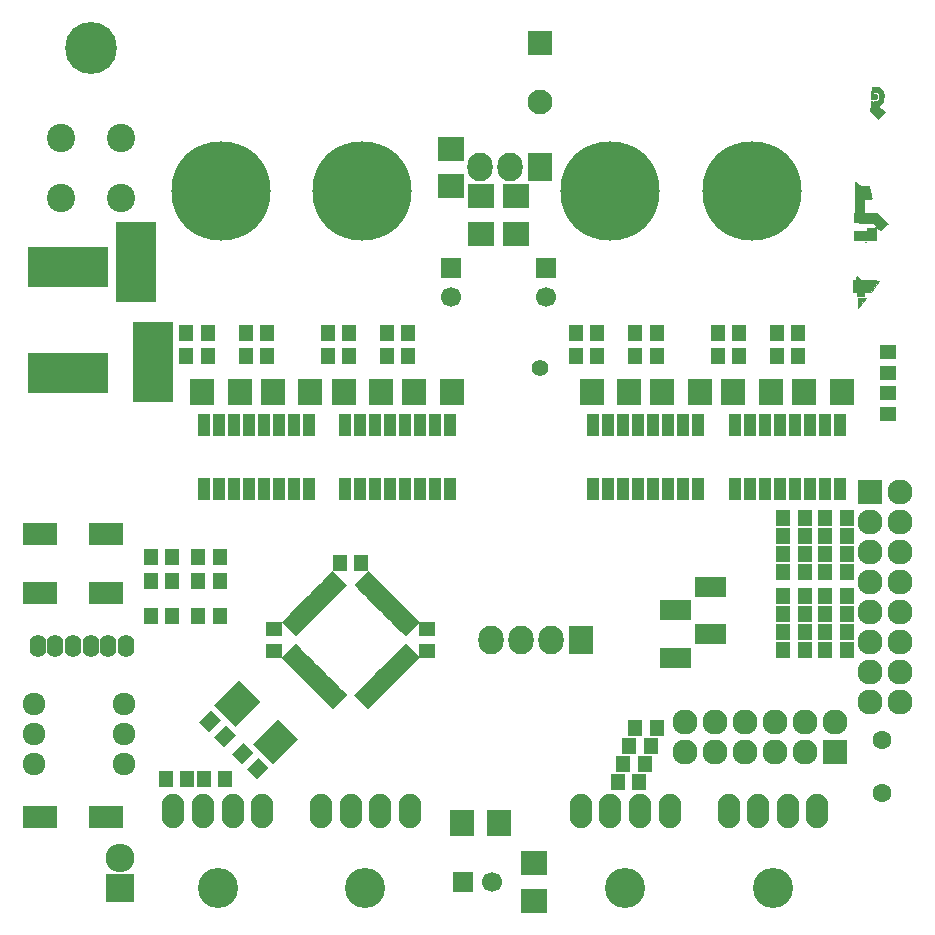
<source format=gbr>
G04 #@! TF.FileFunction,Soldermask,Top*
%FSLAX46Y46*%
G04 Gerber Fmt 4.6, Leading zero omitted, Abs format (unit mm)*
G04 Created by KiCad (PCBNEW 4.0.5) date 03/14/17 16:25:11*
%MOMM*%
%LPD*%
G01*
G04 APERTURE LIST*
%ADD10C,0.100000*%
%ADD11C,0.010000*%
%ADD12C,2.100000*%
%ADD13R,2.100000X2.100000*%
%ADD14R,1.000000X1.900000*%
%ADD15C,1.700000*%
%ADD16R,1.700000X1.700000*%
%ADD17R,2.000000X2.200000*%
%ADD18R,2.432000X2.432000*%
%ADD19O,2.432000X2.432000*%
%ADD20R,2.200000X2.000000*%
%ADD21R,1.200000X1.400000*%
%ADD22R,1.400000X1.200000*%
%ADD23C,1.600000*%
%ADD24R,2.127200X2.432000*%
%ADD25O,2.127200X2.432000*%
%ADD26R,2.127200X2.127200*%
%ADD27O,2.127200X2.127200*%
%ADD28R,3.000000X1.900000*%
%ADD29O,1.400000X1.924000*%
%ADD30C,1.924000*%
%ADD31C,2.400000*%
%ADD32C,4.400000*%
%ADD33O,1.900000X2.900000*%
%ADD34C,3.400000*%
%ADD35R,3.400000X6.900000*%
%ADD36R,6.851600X3.400000*%
%ADD37C,1.400000*%
%ADD38R,1.365200X1.670000*%
%ADD39C,8.400000*%
%ADD40R,4.400000X4.400000*%
G04 APERTURE END LIST*
D10*
D11*
G36*
X70645800Y-18371600D02*
X71591950Y-18372154D01*
X72538100Y-18372707D01*
X72999686Y-18797604D01*
X73127015Y-18915762D01*
X73240976Y-19023338D01*
X73336477Y-19115372D01*
X73408423Y-19186908D01*
X73451719Y-19232986D01*
X73462328Y-19247900D01*
X73444560Y-19272563D01*
X73394813Y-19324139D01*
X73319561Y-19396344D01*
X73225280Y-19482895D01*
X73162314Y-19539060D01*
X73057922Y-19630375D01*
X72965983Y-19709232D01*
X72893584Y-19769673D01*
X72847814Y-19805742D01*
X72836180Y-19813174D01*
X72811411Y-19798357D01*
X72758144Y-19752085D01*
X72682459Y-19680115D01*
X72590439Y-19588207D01*
X72501924Y-19496614D01*
X72192731Y-19171700D01*
X71419265Y-19162868D01*
X70645799Y-19154035D01*
X70645799Y-18762818D01*
X70645800Y-18371600D01*
X70645800Y-18371600D01*
G37*
X70645800Y-18371600D02*
X71591950Y-18372154D01*
X72538100Y-18372707D01*
X72999686Y-18797604D01*
X73127015Y-18915762D01*
X73240976Y-19023338D01*
X73336477Y-19115372D01*
X73408423Y-19186908D01*
X73451719Y-19232986D01*
X73462328Y-19247900D01*
X73444560Y-19272563D01*
X73394813Y-19324139D01*
X73319561Y-19396344D01*
X73225280Y-19482895D01*
X73162314Y-19539060D01*
X73057922Y-19630375D01*
X72965983Y-19709232D01*
X72893584Y-19769673D01*
X72847814Y-19805742D01*
X72836180Y-19813174D01*
X72811411Y-19798357D01*
X72758144Y-19752085D01*
X72682459Y-19680115D01*
X72590439Y-19588207D01*
X72501924Y-19496614D01*
X72192731Y-19171700D01*
X71419265Y-19162868D01*
X70645799Y-19154035D01*
X70645799Y-18762818D01*
X70645800Y-18371600D01*
G36*
X72003904Y-9684800D02*
X72009281Y-9626283D01*
X72016003Y-9529663D01*
X72023271Y-9407594D01*
X72030284Y-9272727D01*
X72031338Y-9250619D01*
X72047579Y-8905337D01*
X72231441Y-8917136D01*
X72408885Y-8910385D01*
X72554299Y-8867081D01*
X72665115Y-8789729D01*
X72738765Y-8680832D01*
X72772681Y-8542895D01*
X72766953Y-8394939D01*
X72726251Y-8277385D01*
X72649386Y-8182689D01*
X72547175Y-8117360D01*
X72430431Y-8087905D01*
X72309971Y-8100836D01*
X72289799Y-8107756D01*
X72222128Y-8147849D01*
X72199589Y-8193310D01*
X72218159Y-8236664D01*
X72273821Y-8270437D01*
X72362555Y-8287154D01*
X72386618Y-8287800D01*
X72481294Y-8301947D01*
X72543792Y-8348925D01*
X72581610Y-8435543D01*
X72589598Y-8472063D01*
X72588634Y-8576762D01*
X72542928Y-8657577D01*
X72453032Y-8713622D01*
X72434438Y-8720281D01*
X72364481Y-8733986D01*
X72275917Y-8739254D01*
X72186371Y-8736549D01*
X72113466Y-8726336D01*
X72076372Y-8710840D01*
X72070800Y-8679225D01*
X72069535Y-8606661D01*
X72071946Y-8502758D01*
X72077399Y-8377127D01*
X72085261Y-8239378D01*
X72094900Y-8099122D01*
X72105683Y-7965968D01*
X72116976Y-7849526D01*
X72128147Y-7759408D01*
X72138564Y-7705224D01*
X72143292Y-7694608D01*
X72183984Y-7679948D01*
X72266779Y-7670099D01*
X72383129Y-7665995D01*
X72406080Y-7665936D01*
X72530113Y-7668607D01*
X72618586Y-7677717D01*
X72686582Y-7695738D01*
X72741300Y-7720845D01*
X72899063Y-7831792D01*
X73016705Y-7973079D01*
X73093544Y-8143033D01*
X73128903Y-8339982D01*
X73122101Y-8562253D01*
X73111772Y-8633423D01*
X73054623Y-8850390D01*
X72962069Y-9032442D01*
X72832624Y-9182478D01*
X72828920Y-9185827D01*
X72765049Y-9246280D01*
X72719849Y-9294844D01*
X72703368Y-9320381D01*
X72721043Y-9344666D01*
X72769388Y-9396282D01*
X72841573Y-9468285D01*
X72930773Y-9553733D01*
X72957368Y-9578657D01*
X73049960Y-9666243D01*
X73127428Y-9741854D01*
X73182967Y-9798668D01*
X73209770Y-9829865D01*
X73211200Y-9833071D01*
X73194101Y-9856079D01*
X73146842Y-9908303D01*
X73075479Y-9983337D01*
X72986068Y-10074772D01*
X72921006Y-10140099D01*
X72630813Y-10429469D01*
X72311761Y-10101585D01*
X72198021Y-9984132D01*
X72115340Y-9896453D01*
X72059041Y-9832216D01*
X72024447Y-9785089D01*
X72006881Y-9748741D01*
X72001666Y-9716841D01*
X72003904Y-9684800D01*
X72003904Y-9684800D01*
G37*
X72003904Y-9684800D02*
X72009281Y-9626283D01*
X72016003Y-9529663D01*
X72023271Y-9407594D01*
X72030284Y-9272727D01*
X72031338Y-9250619D01*
X72047579Y-8905337D01*
X72231441Y-8917136D01*
X72408885Y-8910385D01*
X72554299Y-8867081D01*
X72665115Y-8789729D01*
X72738765Y-8680832D01*
X72772681Y-8542895D01*
X72766953Y-8394939D01*
X72726251Y-8277385D01*
X72649386Y-8182689D01*
X72547175Y-8117360D01*
X72430431Y-8087905D01*
X72309971Y-8100836D01*
X72289799Y-8107756D01*
X72222128Y-8147849D01*
X72199589Y-8193310D01*
X72218159Y-8236664D01*
X72273821Y-8270437D01*
X72362555Y-8287154D01*
X72386618Y-8287800D01*
X72481294Y-8301947D01*
X72543792Y-8348925D01*
X72581610Y-8435543D01*
X72589598Y-8472063D01*
X72588634Y-8576762D01*
X72542928Y-8657577D01*
X72453032Y-8713622D01*
X72434438Y-8720281D01*
X72364481Y-8733986D01*
X72275917Y-8739254D01*
X72186371Y-8736549D01*
X72113466Y-8726336D01*
X72076372Y-8710840D01*
X72070800Y-8679225D01*
X72069535Y-8606661D01*
X72071946Y-8502758D01*
X72077399Y-8377127D01*
X72085261Y-8239378D01*
X72094900Y-8099122D01*
X72105683Y-7965968D01*
X72116976Y-7849526D01*
X72128147Y-7759408D01*
X72138564Y-7705224D01*
X72143292Y-7694608D01*
X72183984Y-7679948D01*
X72266779Y-7670099D01*
X72383129Y-7665995D01*
X72406080Y-7665936D01*
X72530113Y-7668607D01*
X72618586Y-7677717D01*
X72686582Y-7695738D01*
X72741300Y-7720845D01*
X72899063Y-7831792D01*
X73016705Y-7973079D01*
X73093544Y-8143033D01*
X73128903Y-8339982D01*
X73122101Y-8562253D01*
X73111772Y-8633423D01*
X73054623Y-8850390D01*
X72962069Y-9032442D01*
X72832624Y-9182478D01*
X72828920Y-9185827D01*
X72765049Y-9246280D01*
X72719849Y-9294844D01*
X72703368Y-9320381D01*
X72721043Y-9344666D01*
X72769388Y-9396282D01*
X72841573Y-9468285D01*
X72930773Y-9553733D01*
X72957368Y-9578657D01*
X73049960Y-9666243D01*
X73127428Y-9741854D01*
X73182967Y-9798668D01*
X73209770Y-9829865D01*
X73211200Y-9833071D01*
X73194101Y-9856079D01*
X73146842Y-9908303D01*
X73075479Y-9983337D01*
X72986068Y-10074772D01*
X72921006Y-10140099D01*
X72630813Y-10429469D01*
X72311761Y-10101585D01*
X72198021Y-9984132D01*
X72115340Y-9896453D01*
X72059041Y-9832216D01*
X72024447Y-9785089D01*
X72006881Y-9748741D01*
X72001666Y-9716841D01*
X72003904Y-9684800D01*
G36*
X70823600Y-24061200D02*
X70823600Y-23896100D01*
X70825332Y-23812011D01*
X70829866Y-23752545D01*
X70835944Y-23731000D01*
X70860325Y-23745075D01*
X70916257Y-23783040D01*
X70994503Y-23838506D01*
X71056343Y-23883400D01*
X71152429Y-23952680D01*
X71221609Y-23997142D01*
X71277589Y-24022483D01*
X71334079Y-24034398D01*
X71404788Y-24038581D01*
X71431348Y-24039190D01*
X71505887Y-24040864D01*
X71621234Y-24043657D01*
X71767413Y-24047317D01*
X71934451Y-24051593D01*
X72112373Y-24056235D01*
X72188214Y-24058240D01*
X72778128Y-24073900D01*
X72030100Y-25051374D01*
X71458600Y-25051800D01*
X71458600Y-25356600D01*
X70874400Y-25356600D01*
X70874400Y-25077200D01*
X70493400Y-25077200D01*
X70493400Y-24061200D01*
X70823600Y-24061200D01*
X70823600Y-24061200D01*
G37*
X70823600Y-24061200D02*
X70823600Y-23896100D01*
X70825332Y-23812011D01*
X70829866Y-23752545D01*
X70835944Y-23731000D01*
X70860325Y-23745075D01*
X70916257Y-23783040D01*
X70994503Y-23838506D01*
X71056343Y-23883400D01*
X71152429Y-23952680D01*
X71221609Y-23997142D01*
X71277589Y-24022483D01*
X71334079Y-24034398D01*
X71404788Y-24038581D01*
X71431348Y-24039190D01*
X71505887Y-24040864D01*
X71621234Y-24043657D01*
X71767413Y-24047317D01*
X71934451Y-24051593D01*
X72112373Y-24056235D01*
X72188214Y-24058240D01*
X72778128Y-24073900D01*
X72030100Y-25051374D01*
X71458600Y-25051800D01*
X71458600Y-25356600D01*
X70874400Y-25356600D01*
X70874400Y-25077200D01*
X70493400Y-25077200D01*
X70493400Y-24061200D01*
X70823600Y-24061200D01*
G36*
X71687200Y-19921000D02*
X71687200Y-19616200D01*
X71972950Y-19615921D01*
X72099194Y-19614399D01*
X72216364Y-19610504D01*
X72309288Y-19604875D01*
X72353950Y-19599898D01*
X72449200Y-19584154D01*
X72449200Y-20657600D01*
X70645800Y-20657600D01*
X70645800Y-19921000D01*
X71687200Y-19921000D01*
X71687200Y-19921000D01*
G37*
X71687200Y-19921000D02*
X71687200Y-19616200D01*
X71972950Y-19615921D01*
X72099194Y-19614399D01*
X72216364Y-19610504D01*
X72309288Y-19604875D01*
X72353950Y-19599898D01*
X72449200Y-19584154D01*
X72449200Y-20657600D01*
X70645800Y-20657600D01*
X70645800Y-19921000D01*
X71687200Y-19921000D01*
G36*
X70696854Y-16748845D02*
X70697584Y-16513740D01*
X70698740Y-16299447D01*
X70700273Y-16110728D01*
X70702135Y-15952345D01*
X70704275Y-15829060D01*
X70706645Y-15745634D01*
X70709196Y-15706829D01*
X70709982Y-15704600D01*
X70733468Y-15720092D01*
X70787271Y-15762200D01*
X70863228Y-15824373D01*
X70947349Y-15895100D01*
X71171333Y-16085600D01*
X71473716Y-16085947D01*
X71597660Y-16087296D01*
X71707108Y-16090699D01*
X71789656Y-16095632D01*
X71831341Y-16101111D01*
X71851984Y-16111467D01*
X71871135Y-16135014D01*
X71891092Y-16178296D01*
X71914153Y-16247859D01*
X71942616Y-16350246D01*
X71978782Y-16492002D01*
X72002933Y-16589714D01*
X72039312Y-16740118D01*
X72071026Y-16875570D01*
X72096170Y-16987578D01*
X72112840Y-17067651D01*
X72119133Y-17107298D01*
X72119142Y-17107950D01*
X72114704Y-17125945D01*
X72096296Y-17138340D01*
X72056075Y-17146158D01*
X71986196Y-17150421D01*
X71878817Y-17152150D01*
X71777997Y-17152400D01*
X71436994Y-17152400D01*
X71451720Y-17723900D01*
X71466447Y-18295400D01*
X70696600Y-18295400D01*
X70696600Y-17000000D01*
X70696854Y-16748845D01*
X70696854Y-16748845D01*
G37*
X70696854Y-16748845D02*
X70697584Y-16513740D01*
X70698740Y-16299447D01*
X70700273Y-16110728D01*
X70702135Y-15952345D01*
X70704275Y-15829060D01*
X70706645Y-15745634D01*
X70709196Y-15706829D01*
X70709982Y-15704600D01*
X70733468Y-15720092D01*
X70787271Y-15762200D01*
X70863228Y-15824373D01*
X70947349Y-15895100D01*
X71171333Y-16085600D01*
X71473716Y-16085947D01*
X71597660Y-16087296D01*
X71707108Y-16090699D01*
X71789656Y-16095632D01*
X71831341Y-16101111D01*
X71851984Y-16111467D01*
X71871135Y-16135014D01*
X71891092Y-16178296D01*
X71914153Y-16247859D01*
X71942616Y-16350246D01*
X71978782Y-16492002D01*
X72002933Y-16589714D01*
X72039312Y-16740118D01*
X72071026Y-16875570D01*
X72096170Y-16987578D01*
X72112840Y-17067651D01*
X72119133Y-17107298D01*
X72119142Y-17107950D01*
X72114704Y-17125945D01*
X72096296Y-17138340D01*
X72056075Y-17146158D01*
X71986196Y-17150421D01*
X71878817Y-17152150D01*
X71777997Y-17152400D01*
X71436994Y-17152400D01*
X71451720Y-17723900D01*
X71466447Y-18295400D01*
X70696600Y-18295400D01*
X70696600Y-17000000D01*
X70696854Y-16748845D01*
G36*
X70980394Y-25638370D02*
X70982510Y-25581591D01*
X70984604Y-25568129D01*
X71012313Y-25564906D01*
X71080782Y-25563271D01*
X71179995Y-25563309D01*
X71299935Y-25565104D01*
X71311914Y-25565366D01*
X71629327Y-25572500D01*
X71309013Y-25988471D01*
X70988700Y-26404442D01*
X70981703Y-25991234D01*
X70979931Y-25851890D01*
X70979515Y-25731369D01*
X70980394Y-25638370D01*
X70980394Y-25638370D01*
G37*
X70980394Y-25638370D02*
X70982510Y-25581591D01*
X70984604Y-25568129D01*
X71012313Y-25564906D01*
X71080782Y-25563271D01*
X71179995Y-25563309D01*
X71299935Y-25565104D01*
X71311914Y-25565366D01*
X71629327Y-25572500D01*
X71309013Y-25988471D01*
X70988700Y-26404442D01*
X70981703Y-25991234D01*
X70979931Y-25851890D01*
X70979515Y-25731369D01*
X70980394Y-25638370D01*
G36*
X71568666Y-20818467D02*
X71598810Y-20815427D01*
X71602533Y-20818467D01*
X71599046Y-20833567D01*
X71585600Y-20835400D01*
X71564692Y-20826107D01*
X71568666Y-20818467D01*
X71568666Y-20818467D01*
G37*
X71568666Y-20818467D02*
X71598810Y-20815427D01*
X71602533Y-20818467D01*
X71599046Y-20833567D01*
X71585600Y-20835400D01*
X71564692Y-20826107D01*
X71568666Y-20818467D01*
D12*
X44000000Y-9000000D03*
D13*
X44000000Y-4000000D03*
D14*
X27555000Y-41700000D03*
X28825000Y-41700000D03*
X30095000Y-41700000D03*
X31365000Y-41700000D03*
X32635000Y-41700000D03*
X33905000Y-41700000D03*
X35175000Y-41700000D03*
X36445000Y-41700000D03*
X36445000Y-36300000D03*
X35175000Y-36300000D03*
X33905000Y-36300000D03*
X32635000Y-36300000D03*
X31365000Y-36300000D03*
X30095000Y-36300000D03*
X28825000Y-36300000D03*
X27555000Y-36300000D03*
D10*
G36*
X22608311Y-56462221D02*
X22148692Y-56002602D01*
X23350773Y-54800521D01*
X23810392Y-55260140D01*
X22608311Y-56462221D01*
X22608311Y-56462221D01*
G37*
G36*
X22961864Y-56815774D02*
X22502245Y-56356155D01*
X23704326Y-55154074D01*
X24163945Y-55613693D01*
X22961864Y-56815774D01*
X22961864Y-56815774D01*
G37*
G36*
X23315418Y-57169328D02*
X22855799Y-56709709D01*
X24057880Y-55507628D01*
X24517499Y-55967247D01*
X23315418Y-57169328D01*
X23315418Y-57169328D01*
G37*
G36*
X23668971Y-57522881D02*
X23209352Y-57063262D01*
X24411433Y-55861181D01*
X24871052Y-56320800D01*
X23668971Y-57522881D01*
X23668971Y-57522881D01*
G37*
G36*
X24022524Y-57876434D02*
X23562905Y-57416815D01*
X24764986Y-56214734D01*
X25224605Y-56674353D01*
X24022524Y-57876434D01*
X24022524Y-57876434D01*
G37*
G36*
X24376078Y-58229988D02*
X23916459Y-57770369D01*
X25118540Y-56568288D01*
X25578159Y-57027907D01*
X24376078Y-58229988D01*
X24376078Y-58229988D01*
G37*
G36*
X24729631Y-58583541D02*
X24270012Y-58123922D01*
X25472093Y-56921841D01*
X25931712Y-57381460D01*
X24729631Y-58583541D01*
X24729631Y-58583541D01*
G37*
G36*
X25083185Y-58937095D02*
X24623566Y-58477476D01*
X25825647Y-57275395D01*
X26285266Y-57735014D01*
X25083185Y-58937095D01*
X25083185Y-58937095D01*
G37*
G36*
X25436738Y-59290648D02*
X24977119Y-58831029D01*
X26179200Y-57628948D01*
X26638819Y-58088567D01*
X25436738Y-59290648D01*
X25436738Y-59290648D01*
G37*
G36*
X25790291Y-59644201D02*
X25330672Y-59184582D01*
X26532753Y-57982501D01*
X26992372Y-58442120D01*
X25790291Y-59644201D01*
X25790291Y-59644201D01*
G37*
G36*
X26143845Y-59997755D02*
X25684226Y-59538136D01*
X26886307Y-58336055D01*
X27345926Y-58795674D01*
X26143845Y-59997755D01*
X26143845Y-59997755D01*
G37*
G36*
X26497398Y-60351308D02*
X26037779Y-59891689D01*
X27239860Y-58689608D01*
X27699479Y-59149227D01*
X26497398Y-60351308D01*
X26497398Y-60351308D01*
G37*
G36*
X29962221Y-59891689D02*
X29502602Y-60351308D01*
X28300521Y-59149227D01*
X28760140Y-58689608D01*
X29962221Y-59891689D01*
X29962221Y-59891689D01*
G37*
G36*
X30315774Y-59538136D02*
X29856155Y-59997755D01*
X28654074Y-58795674D01*
X29113693Y-58336055D01*
X30315774Y-59538136D01*
X30315774Y-59538136D01*
G37*
G36*
X30669328Y-59184582D02*
X30209709Y-59644201D01*
X29007628Y-58442120D01*
X29467247Y-57982501D01*
X30669328Y-59184582D01*
X30669328Y-59184582D01*
G37*
G36*
X31022881Y-58831029D02*
X30563262Y-59290648D01*
X29361181Y-58088567D01*
X29820800Y-57628948D01*
X31022881Y-58831029D01*
X31022881Y-58831029D01*
G37*
G36*
X31376434Y-58477476D02*
X30916815Y-58937095D01*
X29714734Y-57735014D01*
X30174353Y-57275395D01*
X31376434Y-58477476D01*
X31376434Y-58477476D01*
G37*
G36*
X31729988Y-58123922D02*
X31270369Y-58583541D01*
X30068288Y-57381460D01*
X30527907Y-56921841D01*
X31729988Y-58123922D01*
X31729988Y-58123922D01*
G37*
G36*
X32083541Y-57770369D02*
X31623922Y-58229988D01*
X30421841Y-57027907D01*
X30881460Y-56568288D01*
X32083541Y-57770369D01*
X32083541Y-57770369D01*
G37*
G36*
X32437095Y-57416815D02*
X31977476Y-57876434D01*
X30775395Y-56674353D01*
X31235014Y-56214734D01*
X32437095Y-57416815D01*
X32437095Y-57416815D01*
G37*
G36*
X32790648Y-57063262D02*
X32331029Y-57522881D01*
X31128948Y-56320800D01*
X31588567Y-55861181D01*
X32790648Y-57063262D01*
X32790648Y-57063262D01*
G37*
G36*
X33144201Y-56709709D02*
X32684582Y-57169328D01*
X31482501Y-55967247D01*
X31942120Y-55507628D01*
X33144201Y-56709709D01*
X33144201Y-56709709D01*
G37*
G36*
X33497755Y-56356155D02*
X33038136Y-56815774D01*
X31836055Y-55613693D01*
X32295674Y-55154074D01*
X33497755Y-56356155D01*
X33497755Y-56356155D01*
G37*
G36*
X33851308Y-56002602D02*
X33391689Y-56462221D01*
X32189608Y-55260140D01*
X32649227Y-54800521D01*
X33851308Y-56002602D01*
X33851308Y-56002602D01*
G37*
G36*
X32649227Y-54199479D02*
X32189608Y-53739860D01*
X33391689Y-52537779D01*
X33851308Y-52997398D01*
X32649227Y-54199479D01*
X32649227Y-54199479D01*
G37*
G36*
X32295674Y-53845926D02*
X31836055Y-53386307D01*
X33038136Y-52184226D01*
X33497755Y-52643845D01*
X32295674Y-53845926D01*
X32295674Y-53845926D01*
G37*
G36*
X31942120Y-53492372D02*
X31482501Y-53032753D01*
X32684582Y-51830672D01*
X33144201Y-52290291D01*
X31942120Y-53492372D01*
X31942120Y-53492372D01*
G37*
G36*
X31588567Y-53138819D02*
X31128948Y-52679200D01*
X32331029Y-51477119D01*
X32790648Y-51936738D01*
X31588567Y-53138819D01*
X31588567Y-53138819D01*
G37*
G36*
X31235014Y-52785266D02*
X30775395Y-52325647D01*
X31977476Y-51123566D01*
X32437095Y-51583185D01*
X31235014Y-52785266D01*
X31235014Y-52785266D01*
G37*
G36*
X30881460Y-52431712D02*
X30421841Y-51972093D01*
X31623922Y-50770012D01*
X32083541Y-51229631D01*
X30881460Y-52431712D01*
X30881460Y-52431712D01*
G37*
G36*
X30527907Y-52078159D02*
X30068288Y-51618540D01*
X31270369Y-50416459D01*
X31729988Y-50876078D01*
X30527907Y-52078159D01*
X30527907Y-52078159D01*
G37*
G36*
X30174353Y-51724605D02*
X29714734Y-51264986D01*
X30916815Y-50062905D01*
X31376434Y-50522524D01*
X30174353Y-51724605D01*
X30174353Y-51724605D01*
G37*
G36*
X29820800Y-51371052D02*
X29361181Y-50911433D01*
X30563262Y-49709352D01*
X31022881Y-50168971D01*
X29820800Y-51371052D01*
X29820800Y-51371052D01*
G37*
G36*
X29467247Y-51017499D02*
X29007628Y-50557880D01*
X30209709Y-49355799D01*
X30669328Y-49815418D01*
X29467247Y-51017499D01*
X29467247Y-51017499D01*
G37*
G36*
X29113693Y-50663945D02*
X28654074Y-50204326D01*
X29856155Y-49002245D01*
X30315774Y-49461864D01*
X29113693Y-50663945D01*
X29113693Y-50663945D01*
G37*
G36*
X28760140Y-50310392D02*
X28300521Y-49850773D01*
X29502602Y-48648692D01*
X29962221Y-49108311D01*
X28760140Y-50310392D01*
X28760140Y-50310392D01*
G37*
G36*
X27699479Y-49850773D02*
X27239860Y-50310392D01*
X26037779Y-49108311D01*
X26497398Y-48648692D01*
X27699479Y-49850773D01*
X27699479Y-49850773D01*
G37*
G36*
X27345926Y-50204326D02*
X26886307Y-50663945D01*
X25684226Y-49461864D01*
X26143845Y-49002245D01*
X27345926Y-50204326D01*
X27345926Y-50204326D01*
G37*
G36*
X26992372Y-50557880D02*
X26532753Y-51017499D01*
X25330672Y-49815418D01*
X25790291Y-49355799D01*
X26992372Y-50557880D01*
X26992372Y-50557880D01*
G37*
G36*
X26638819Y-50911433D02*
X26179200Y-51371052D01*
X24977119Y-50168971D01*
X25436738Y-49709352D01*
X26638819Y-50911433D01*
X26638819Y-50911433D01*
G37*
G36*
X26285266Y-51264986D02*
X25825647Y-51724605D01*
X24623566Y-50522524D01*
X25083185Y-50062905D01*
X26285266Y-51264986D01*
X26285266Y-51264986D01*
G37*
G36*
X25931712Y-51618540D02*
X25472093Y-52078159D01*
X24270012Y-50876078D01*
X24729631Y-50416459D01*
X25931712Y-51618540D01*
X25931712Y-51618540D01*
G37*
G36*
X25578159Y-51972093D02*
X25118540Y-52431712D01*
X23916459Y-51229631D01*
X24376078Y-50770012D01*
X25578159Y-51972093D01*
X25578159Y-51972093D01*
G37*
G36*
X25224605Y-52325647D02*
X24764986Y-52785266D01*
X23562905Y-51583185D01*
X24022524Y-51123566D01*
X25224605Y-52325647D01*
X25224605Y-52325647D01*
G37*
G36*
X24871052Y-52679200D02*
X24411433Y-53138819D01*
X23209352Y-51936738D01*
X23668971Y-51477119D01*
X24871052Y-52679200D01*
X24871052Y-52679200D01*
G37*
G36*
X24517499Y-53032753D02*
X24057880Y-53492372D01*
X22855799Y-52290291D01*
X23315418Y-51830672D01*
X24517499Y-53032753D01*
X24517499Y-53032753D01*
G37*
G36*
X24163945Y-53386307D02*
X23704326Y-53845926D01*
X22502245Y-52643845D01*
X22961864Y-52184226D01*
X24163945Y-53386307D01*
X24163945Y-53386307D01*
G37*
G36*
X23810392Y-53739860D02*
X23350773Y-54199479D01*
X22148692Y-52997398D01*
X22608311Y-52537779D01*
X23810392Y-53739860D01*
X23810392Y-53739860D01*
G37*
D15*
X40000000Y-75000000D03*
D16*
X37500000Y-75000000D03*
D17*
X27400000Y-33500000D03*
X30600000Y-33500000D03*
X33400000Y-33500000D03*
X36600000Y-33500000D03*
X15400000Y-33500000D03*
X18600000Y-33500000D03*
X21400000Y-33500000D03*
X24600000Y-33500000D03*
X60400000Y-33500000D03*
X63600000Y-33500000D03*
X66400000Y-33500000D03*
X69600000Y-33500000D03*
X48400000Y-33500000D03*
X51600000Y-33500000D03*
X54400000Y-33500000D03*
X57600000Y-33500000D03*
D18*
X8500000Y-75500000D03*
D19*
X8500000Y-72960000D03*
D14*
X15555000Y-41700000D03*
X16825000Y-41700000D03*
X18095000Y-41700000D03*
X19365000Y-41700000D03*
X20635000Y-41700000D03*
X21905000Y-41700000D03*
X23175000Y-41700000D03*
X24445000Y-41700000D03*
X24445000Y-36300000D03*
X23175000Y-36300000D03*
X21905000Y-36300000D03*
X20635000Y-36300000D03*
X19365000Y-36300000D03*
X18095000Y-36300000D03*
X16825000Y-36300000D03*
X15555000Y-36300000D03*
X60555000Y-41700000D03*
X61825000Y-41700000D03*
X63095000Y-41700000D03*
X64365000Y-41700000D03*
X65635000Y-41700000D03*
X66905000Y-41700000D03*
X68175000Y-41700000D03*
X69445000Y-41700000D03*
X69445000Y-36300000D03*
X68175000Y-36300000D03*
X66905000Y-36300000D03*
X65635000Y-36300000D03*
X64365000Y-36300000D03*
X63095000Y-36300000D03*
X61825000Y-36300000D03*
X60555000Y-36300000D03*
X48555000Y-41700000D03*
X49825000Y-41700000D03*
X51095000Y-41700000D03*
X52365000Y-41700000D03*
X53635000Y-41700000D03*
X54905000Y-41700000D03*
X56175000Y-41700000D03*
X57445000Y-41700000D03*
X57445000Y-36300000D03*
X56175000Y-36300000D03*
X54905000Y-36300000D03*
X53635000Y-36300000D03*
X52365000Y-36300000D03*
X51095000Y-36300000D03*
X49825000Y-36300000D03*
X48555000Y-36300000D03*
D20*
X39000000Y-20100000D03*
X39000000Y-16900000D03*
X42000000Y-20100000D03*
X42000000Y-16900000D03*
D10*
G36*
X15194365Y-61434315D02*
X16184315Y-60444365D01*
X17032843Y-61292893D01*
X16042893Y-62282843D01*
X15194365Y-61434315D01*
X15194365Y-61434315D01*
G37*
G36*
X16467157Y-62707107D02*
X17457107Y-61717157D01*
X18305635Y-62565685D01*
X17315685Y-63555635D01*
X16467157Y-62707107D01*
X16467157Y-62707107D01*
G37*
G36*
X21055635Y-65315685D02*
X20065685Y-66305635D01*
X19217157Y-65457107D01*
X20207107Y-64467157D01*
X21055635Y-65315685D01*
X21055635Y-65315685D01*
G37*
G36*
X19782843Y-64042893D02*
X18792893Y-65032843D01*
X17944365Y-64184315D01*
X18934315Y-63194365D01*
X19782843Y-64042893D01*
X19782843Y-64042893D01*
G37*
D21*
X28900000Y-48000000D03*
X27100000Y-48000000D03*
D22*
X21500000Y-53600000D03*
X21500000Y-55400000D03*
D21*
X15100000Y-49500000D03*
X16900000Y-49500000D03*
D22*
X34500000Y-55400000D03*
X34500000Y-53600000D03*
D21*
X15100000Y-52500000D03*
X16900000Y-52500000D03*
X14150000Y-66250000D03*
X12350000Y-66250000D03*
D22*
X73500000Y-33600000D03*
X73500000Y-35400000D03*
D21*
X27900000Y-28500000D03*
X26100000Y-28500000D03*
X15900000Y-28500000D03*
X14100000Y-28500000D03*
X32900000Y-28500000D03*
X31100000Y-28500000D03*
X60900000Y-28500000D03*
X59100000Y-28500000D03*
X48900000Y-28500000D03*
X47100000Y-28500000D03*
X53900000Y-28500000D03*
X52100000Y-28500000D03*
X20900000Y-28500000D03*
X19100000Y-28500000D03*
X65900000Y-28500000D03*
X64100000Y-28500000D03*
X15100000Y-47500000D03*
X16900000Y-47500000D03*
X11100000Y-49500000D03*
X12900000Y-49500000D03*
X11100000Y-52500000D03*
X12900000Y-52500000D03*
X17400000Y-66250000D03*
X15600000Y-66250000D03*
D22*
X73500000Y-30100000D03*
X73500000Y-31900000D03*
D21*
X11100000Y-47500000D03*
X12900000Y-47500000D03*
D20*
X43500000Y-73400000D03*
X43500000Y-76600000D03*
D23*
X73000000Y-63000000D03*
X73000000Y-67500000D03*
D24*
X47500000Y-54500000D03*
D25*
X44960000Y-54500000D03*
X42420000Y-54500000D03*
X39880000Y-54500000D03*
D26*
X69000000Y-64000000D03*
D27*
X69000000Y-61460000D03*
X66460000Y-64000000D03*
X66460000Y-61460000D03*
X63920000Y-64000000D03*
X63920000Y-61460000D03*
X61380000Y-64000000D03*
X61380000Y-61460000D03*
X58840000Y-64000000D03*
X58840000Y-61460000D03*
X56300000Y-64000000D03*
X56300000Y-61460000D03*
D24*
X44000000Y-14500000D03*
D25*
X41460000Y-14500000D03*
X38920000Y-14500000D03*
D28*
X1700000Y-69500000D03*
X7300000Y-69500000D03*
X1700000Y-45500000D03*
X7300000Y-45500000D03*
X1700000Y-50500000D03*
X7300000Y-50500000D03*
D29*
X1500000Y-55000000D03*
X3000000Y-55000000D03*
X4500000Y-55000000D03*
X6000000Y-55000000D03*
X7500000Y-55000000D03*
X9000000Y-55000000D03*
D30*
X8810000Y-65040000D03*
X8810000Y-62500000D03*
X8810000Y-59960000D03*
X1190000Y-59960000D03*
X1190000Y-62500000D03*
X1190000Y-65040000D03*
D10*
G36*
X16393755Y-60015075D02*
X18515075Y-57893755D01*
X20353553Y-59732233D01*
X18232233Y-61853553D01*
X16393755Y-60015075D01*
X16393755Y-60015075D01*
G37*
G36*
X19717158Y-63338478D02*
X21838478Y-61217158D01*
X23535534Y-62914214D01*
X21414214Y-65035534D01*
X19717158Y-63338478D01*
X19717158Y-63338478D01*
G37*
D31*
X8540000Y-12000000D03*
X8540000Y-17080000D03*
X3460000Y-12000000D03*
X3460000Y-17080000D03*
D32*
X6000000Y-4380000D03*
D33*
X13000000Y-69000000D03*
X15500000Y-69000000D03*
X18000000Y-69000000D03*
X20500000Y-69000000D03*
D34*
X16750000Y-75500000D03*
D33*
X25500000Y-69000000D03*
X28000000Y-69000000D03*
X30500000Y-69000000D03*
X33000000Y-69000000D03*
D34*
X29250000Y-75500000D03*
D35*
X9800000Y-22500000D03*
D36*
X4100000Y-22900000D03*
D35*
X11300000Y-31000000D03*
D36*
X4100000Y-31900000D03*
D21*
X26100000Y-30500000D03*
X27900000Y-30500000D03*
X14100000Y-30500000D03*
X15900000Y-30500000D03*
X59100000Y-30500000D03*
X60900000Y-30500000D03*
X47100000Y-30500000D03*
X48900000Y-30500000D03*
X31100000Y-30500000D03*
X32900000Y-30500000D03*
X19100000Y-30500000D03*
X20900000Y-30500000D03*
X64100000Y-30500000D03*
X65900000Y-30500000D03*
X52100000Y-30500000D03*
X53900000Y-30500000D03*
D37*
X44000000Y-31500000D03*
D21*
X69988000Y-55364000D03*
X68188000Y-55364000D03*
X69988000Y-53840000D03*
X68188000Y-53840000D03*
X69988000Y-52316000D03*
X68188000Y-52316000D03*
X69988000Y-50792000D03*
X68188000Y-50792000D03*
X64632000Y-55364000D03*
X66432000Y-55364000D03*
X64632000Y-53840000D03*
X66432000Y-53840000D03*
X64632000Y-52316000D03*
X66432000Y-52316000D03*
X64632000Y-50792000D03*
X66432000Y-50792000D03*
X69988000Y-48760000D03*
X68188000Y-48760000D03*
X69988000Y-47236000D03*
X68188000Y-47236000D03*
X69988000Y-45712000D03*
X68188000Y-45712000D03*
X69988000Y-44188000D03*
X68188000Y-44188000D03*
D38*
X59135000Y-50000000D03*
X57865000Y-50000000D03*
X56135000Y-52000000D03*
X54865000Y-52000000D03*
X59135000Y-54000000D03*
X57865000Y-54000000D03*
X56135000Y-56000000D03*
X54865000Y-56000000D03*
D21*
X64632000Y-48760000D03*
X66432000Y-48760000D03*
X64632000Y-47236000D03*
X66432000Y-47236000D03*
X64632000Y-45712000D03*
X66432000Y-45712000D03*
X64632000Y-44188000D03*
X66432000Y-44188000D03*
D26*
X72000000Y-42000000D03*
D27*
X74540000Y-42000000D03*
X72000000Y-44540000D03*
X74540000Y-44540000D03*
X72000000Y-47080000D03*
X74540000Y-47080000D03*
X72000000Y-49620000D03*
X74540000Y-49620000D03*
X72000000Y-52160000D03*
X74540000Y-52160000D03*
X72000000Y-54700000D03*
X74540000Y-54700000D03*
X72000000Y-57240000D03*
X74540000Y-57240000D03*
X72000000Y-59780000D03*
X74540000Y-59780000D03*
D33*
X47500000Y-69000000D03*
X50000000Y-69000000D03*
X52500000Y-69000000D03*
X55000000Y-69000000D03*
D34*
X51250000Y-75500000D03*
D33*
X60000000Y-69000000D03*
X62500000Y-69000000D03*
X65000000Y-69000000D03*
X67500000Y-69000000D03*
D34*
X63750000Y-75500000D03*
D15*
X36500000Y-25500000D03*
D16*
X36500000Y-23000000D03*
D15*
X44500000Y-25500000D03*
D16*
X44500000Y-23000000D03*
D17*
X37400000Y-70000000D03*
X40600000Y-70000000D03*
D20*
X36500000Y-12900000D03*
X36500000Y-16100000D03*
D21*
X50600000Y-66500000D03*
X52400000Y-66500000D03*
X51100000Y-65000000D03*
X52900000Y-65000000D03*
X51600000Y-63500000D03*
X53400000Y-63500000D03*
X52100000Y-62000000D03*
X53900000Y-62000000D03*
D39*
X17000000Y-16500000D03*
D40*
X17000000Y-16500000D03*
D39*
X29000000Y-16500000D03*
D40*
X29000000Y-16500000D03*
D39*
X50000000Y-16500000D03*
D40*
X50000000Y-16500000D03*
D39*
X62000000Y-16500000D03*
D40*
X62000000Y-16500000D03*
M02*

</source>
